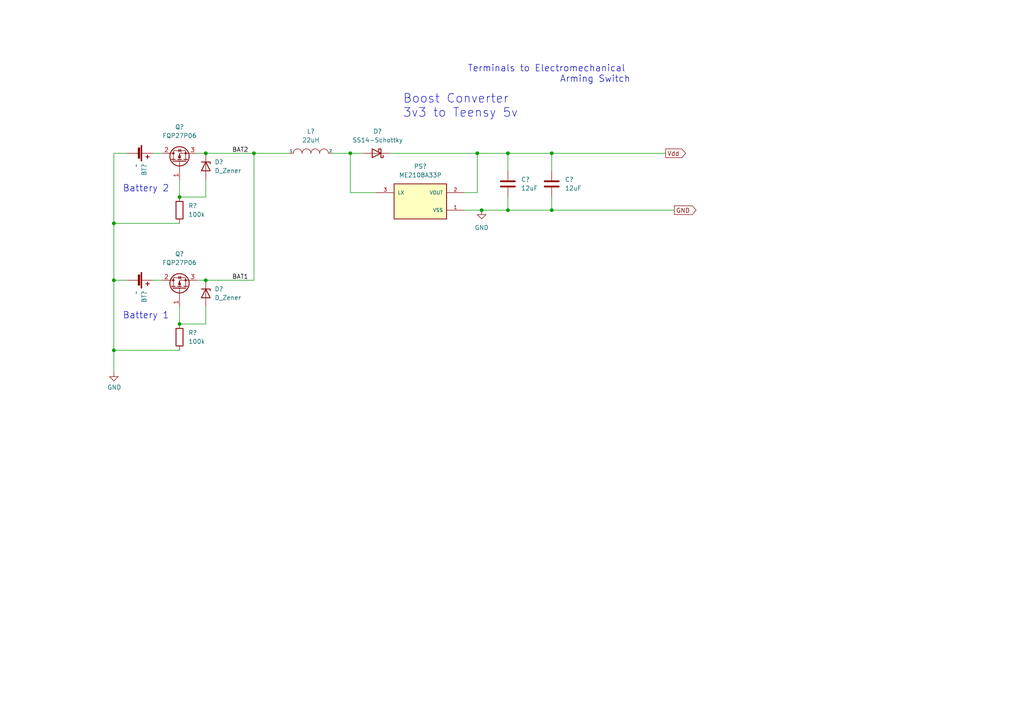
<source format=kicad_sch>
(kicad_sch (version 20211123) (generator eeschema)
  (paper "A4")
  (lib_symbols
    (symbol "Device:Battery_Cell" (pin_numbers hide) (pin_names (offset 0) hide)
      (property "Reference" "BT" (at 2.54 2.54 0))
      (property "Value" "Battery_Cell" (at 2.54 0 0))
      (symbol "Battery_Cell_0_1"
        (rectangle (start -2.286 1.778) (end 2.286 1.524) (fill (type outline)))
        (rectangle (start -1.5748 1.1938) (end 1.4732 0.6858) (fill (type outline)))
        (polyline (pts (xy 0 0.762) (xy 0 0)))
        (polyline (pts (xy 0 1.778) (xy 0 2.54)))
        (polyline (pts (xy 0.508 3.429) (xy 1.524 3.429)) (stroke (width 0.254)))
        (polyline (pts (xy 1.016 3.937) (xy 1.016 2.921)) (stroke (width 0.254)))
      )
      (symbol "Battery_Cell_1_1"
        (pin passive line (at 0 5.08 270) (length 2.54) (name "+") (number "1"))
        (pin passive line (at 0 -2.54 90) (length 2.54) (name "-") (number "2"))
      )
    )
    (symbol "Device:C" (pin_numbers hide) (pin_names (offset 0.254))
      (property "Reference" "C" (at 0.635 2.54 0))
      (property "Value" "C" (at 0.635 -2.54 0))
      (symbol "C_0_1"
        (polyline (pts (xy -2.032 -0.762) (xy 2.032 -0.762)) (stroke (width 0.508)))
        (polyline (pts (xy -2.032 0.762) (xy 2.032 0.762)) (stroke (width 0.508)))
      )
      (symbol "C_1_1"
        (pin passive line (at 0 3.81 270) (length 2.794) (name "~") (number "1"))
        (pin passive line (at 0 -3.81 90) (length 2.794) (name "~") (number "2"))
      )
    )
    (symbol "Device:D_Schottky" (pin_numbers hide) (pin_names (offset 1.016) hide)
      (property "Reference" "D" (at 0 2.54 0))
      (property "Value" "D_Schottky" (at 0 -2.54 0))
      (symbol "D_Schottky_0_1"
        (polyline (pts (xy 1.27 0) (xy -1.27 0)))
        (polyline (pts (xy 1.27 1.27) (xy 1.27 -1.27) (xy -1.27 0) (xy 1.27 1.27)) (stroke (width 0.254)))
        (polyline (pts (xy -1.905 0.635) (xy -1.905 1.27) (xy -1.27 1.27) (xy -1.27 -1.27) (xy -0.635 -1.27) (xy -0.635 -0.635)) (stroke (width 0.254)))
      )
      (symbol "D_Schottky_1_1"
        (pin passive line (at -3.81 0 0) (length 2.54) (name "K") (number "1"))
        (pin passive line (at 3.81 0 180) (length 2.54) (name "A") (number "2"))
      )
    )
    (symbol "Device:D_Zener" (pin_numbers hide) (pin_names (offset 1.016) hide)
      (property "Reference" "D" (at 0 2.54 0))
      (property "Value" "D_Zener" (at 0 -2.54 0))
      (symbol "D_Zener_0_1"
        (polyline (pts (xy 1.27 0) (xy -1.27 0)))
        (polyline (pts (xy -1.27 -1.27) (xy -1.27 1.27) (xy -0.762 1.27)) (stroke (width 0.254)))
        (polyline (pts (xy 1.27 -1.27) (xy 1.27 1.27) (xy -1.27 0) (xy 1.27 -1.27)) (stroke (width 0.254)))
      )
      (symbol "D_Zener_1_1"
        (pin passive line (at -3.81 0 0) (length 2.54) (name "K") (number "1"))
        (pin passive line (at 3.81 0 180) (length 2.54) (name "A") (number "2"))
      )
    )
    (symbol "Device:R" (pin_numbers hide) (pin_names (offset 0))
      (property "Reference" "R" (at 2.032 0 90))
      (property "Value" "R" (at 0 0 90))
      (symbol "R_0_1"
        (rectangle (start -1.016 -2.54) (end 1.016 2.54) (stroke (width 0.254)))
      )
      (symbol "R_1_1"
        (pin passive line (at 0 3.81 270) (length 1.27) (name "~") (number "1"))
        (pin passive line (at 0 -3.81 90) (length 1.27) (name "~") (number "2"))
      )
    )
    (symbol "ME2108:ME2108A33P" (pin_names (offset 1.016))
      (property "Reference" "PS" (at -7.62 5.842 0))
      (property "Value" "ME2108A33P" (at -7.62 -5.842 0))
      (symbol "ME2108A33P_0_0"
        (rectangle (start -7.62 -5.08) (end 7.62 5.08) (stroke (width 0.254)) (fill (type background)))
        (pin power_in line (at 12.7 -2.54 180) (length 5.08) (name "VSS") (number "1"))
        (pin output line (at 12.7 2.54 180) (length 5.08) (name "VOUT") (number "2"))
        (pin input line (at -12.7 2.54 0) (length 5.08) (name "LX") (number "3"))
      )
    )
    (symbol "Transistor_FET:FQP27P06" (pin_names hide)
      (property "Reference" "Q" (at 5.08 1.905 0))
      (property "Value" "FQP27P06" (at 5.08 0 0))
      (symbol "FQP27P06_0_1"
        (polyline (pts (xy 0.254 0) (xy -2.54 0)))
        (polyline (pts (xy 0.254 1.905) (xy 0.254 -1.905)) (stroke (width 0.254)))
        (polyline (pts (xy 0.762 -1.27) (xy 0.762 -2.286)) (stroke (width 0.254)))
        (polyline (pts (xy 0.762 0.508) (xy 0.762 -0.508)) (stroke (width 0.254)))
        (polyline (pts (xy 0.762 2.286) (xy 0.762 1.27)) (stroke (width 0.254)))
        (polyline (pts (xy 2.54 2.54) (xy 2.54 1.778)))
        (polyline (pts (xy 2.54 -2.54) (xy 2.54 0) (xy 0.762 0)))
        (polyline (pts (xy 0.762 1.778) (xy 3.302 1.778) (xy 3.302 -1.778) (xy 0.762 -1.778)))
        (polyline (pts (xy 2.286 0) (xy 1.27 0.381) (xy 1.27 -0.381) (xy 2.286 0)) (fill (type outline)))
        (polyline (pts (xy 2.794 -0.508) (xy 2.921 -0.381) (xy 3.683 -0.381) (xy 3.81 -0.254)))
        (polyline (pts (xy 3.302 -0.381) (xy 2.921 0.254) (xy 3.683 0.254) (xy 3.302 -0.381)))
        (circle (center 1.651 0) (radius 2.794) (stroke (width 0.254)))
        (circle (center 2.54 -1.778) (radius 0.254) (fill (type outline)))
        (circle (center 2.54 1.778) (radius 0.254) (fill (type outline)))
      )
      (symbol "FQP27P06_1_1"
        (pin input line (at -5.08 0 0) (length 2.54) (name "G") (number "1"))
        (pin passive line (at 2.54 5.08 270) (length 2.54) (name "D") (number "2"))
        (pin passive line (at 2.54 -5.08 90) (length 2.54) (name "S") (number "3"))
      )
    )
    (symbol "power:GND" (power) (pin_names (offset 0))
      (property "Value" "GND" (at 0 -3.81 0))
      (symbol "GND_0_1"
        (polyline (pts (xy 0 0) (xy 0 -1.27) (xy 1.27 -1.27) (xy 0 -2.54) (xy -1.27 -1.27) (xy 0 -1.27)))
      )
      (symbol "GND_1_1"
        (pin power_in line (at 0 0 270) (length 0) hide (name "GND") (number "1"))
      )
    )
    (symbol "pspice:INDUCTOR" (pin_numbers hide) (pin_names (offset 0))
      (property "Reference" "L" (at 0 2.54 0))
      (property "Value" "INDUCTOR" (at 0 -1.27 0))
      (symbol "INDUCTOR_0_1"
        (arc (start -2.54 0) (mid -3.81 1.27) (end -5.08 0))
        (arc (start 0 0) (mid -1.27 1.27) (end -2.54 0))
        (arc (start 2.54 0) (mid 1.27 1.27) (end 0 0))
        (arc (start 5.08 0) (mid 3.81 1.27) (end 2.54 0))
      )
      (symbol "INDUCTOR_1_1"
        (pin input line (at -6.35 0 0) (length 1.27) (name "1") (number "1"))
        (pin input line (at 6.35 0 180) (length 1.27) (name "2") (number "2"))
      )
    )
  )
  (junction (at 73.66 44.45))
  (junction (at 101.6 44.45))
  (junction (at 52.07 93.98))
  (junction (at 59.69 81.28))
  (junction (at 160.02 44.45))
  (junction (at 147.32 60.96))
  (junction (at 160.02 60.96))
  (junction (at 139.7 60.96))
  (junction (at 52.07 57.15))
  (junction (at 59.69 44.45))
  (junction (at 147.32 44.45))
  (junction (at 33.02 81.28))
  (junction (at 33.02 64.77))
  (junction (at 33.02 101.6))
  (junction (at 138.43 44.45))
  (wire (pts (xy 59.69 57.15) (xy 52.07 57.15)))
  (wire (pts (xy 160.02 44.45) (xy 160.02 49.53)))
  (wire (pts (xy 109.22 55.88) (xy 101.6 55.88)))
  (wire (pts (xy 59.69 93.98) (xy 52.07 93.98)))
  (wire (pts (xy 36.83 81.28) (xy 33.02 81.28)))
  (wire (pts (xy 57.15 44.45) (xy 59.69 44.45)))
  (wire (pts (xy 59.69 88.9) (xy 59.69 93.98)))
  (wire (pts (xy 33.02 44.45) (xy 33.02 64.77)))
  (wire (pts (xy 33.02 101.6) (xy 52.07 101.6)))
  (wire (pts (xy 101.6 55.88) (xy 101.6 44.45)))
  (wire (pts (xy 73.66 44.45) (xy 73.66 81.28)))
  (wire (pts (xy 147.32 44.45) (xy 147.32 49.53)))
  (wire (pts (xy 147.32 57.15) (xy 147.32 60.96)))
  (wire (pts (xy 44.45 44.45) (xy 46.99 44.45)))
  (wire (pts (xy 147.32 44.45) (xy 160.02 44.45)))
  (wire (pts (xy 138.43 44.45) (xy 147.32 44.45)))
  (wire (pts (xy 73.66 44.45) (xy 83.82 44.45)))
  (wire (pts (xy 160.02 44.45) (xy 193.04 44.45)))
  (wire (pts (xy 33.02 101.6) (xy 33.02 107.95)))
  (wire (pts (xy 160.02 60.96) (xy 160.02 57.15)))
  (wire (pts (xy 44.45 81.28) (xy 46.99 81.28)))
  (wire (pts (xy 57.15 81.28) (xy 59.69 81.28)))
  (wire (pts (xy 33.02 64.77) (xy 33.02 81.28)))
  (wire (pts (xy 96.52 44.45) (xy 101.6 44.45)))
  (wire (pts (xy 134.62 60.96) (xy 139.7 60.96)))
  (wire (pts (xy 59.69 52.07) (xy 59.69 57.15)))
  (wire (pts (xy 59.69 44.45) (xy 73.66 44.45)))
  (wire (pts (xy 52.07 52.07) (xy 52.07 57.15)))
  (wire (pts (xy 147.32 60.96) (xy 160.02 60.96)))
  (wire (pts (xy 59.69 81.28) (xy 73.66 81.28)))
  (wire (pts (xy 101.6 44.45) (xy 105.41 44.45)))
  (wire (pts (xy 36.83 44.45) (xy 33.02 44.45)))
  (wire (pts (xy 52.07 88.9) (xy 52.07 93.98)))
  (wire (pts (xy 139.7 60.96) (xy 147.32 60.96)))
  (wire (pts (xy 160.02 60.96) (xy 195.58 60.96)))
  (wire (pts (xy 134.62 55.88) (xy 138.43 55.88)))
  (wire (pts (xy 33.02 64.77) (xy 52.07 64.77)))
  (wire (pts (xy 113.03 44.45) (xy 138.43 44.45)))
  (wire (pts (xy 33.02 81.28) (xy 33.02 101.6)))
  (wire (pts (xy 138.43 55.88) (xy 138.43 44.45)))
  (text "Terminals to Electromechanical \nArming Switch" (at 182.88 24.13 180) (effects (font (size 1.905 1.905)) (justify right bottom)))
  (text "Boost Converter\n3v3 to Teensy 5v" (at 116.84 34.29 0) (effects (font (size 2.54 2.54)) (justify left bottom)))
  (text "Battery 2" (at 35.56 55.88 0) (effects (font (size 1.905 1.905)) (justify left bottom)))
  (text "Battery 1" (at 35.56 92.71 0) (effects (font (size 1.905 1.905)) (justify left bottom)))
  (label "BAT1" (at 67.31 81.28 0))
  (label "BAT2" (at 67.31 44.45 0))
  (global_label "GND" (shape output) (at 195.58 60.96 0) (property "Intersheet References" "${INTERSHEET_REFS}" (effects hide)))
  (global_label "Vdd" (shape output) (at 193.04 44.45 0) (property "Intersheet References" "${INTERSHEET_REFS}" (effects hide)))
  (symbol (lib_id "power:GND") (at 139.7 60.96 0) (unit 1)
    (property "Reference" "#PWR?" (effects hide))
    (property "Value" "GND" (at 139.7 66.04 0))
  )
  (symbol (lib_id "power:GND") (at 33.02 107.95 0) (unit 1)
    (property "Reference" "#PWR?" (effects hide))
    (property "Value" "~" (at 33.147 112.3442 0))
  )
  (symbol (lib_id "Device:D_Zener") (at 59.69 48.26 270) (unit 1)
    (property "Reference" "D?" (at 62.23 46.9899 90) (effects (justify left)))
    (property "Value" "D_Zener" (at 62.23 49.5299 90) (effects (justify left)))
  )
  (symbol (lib_id "ME2108:ME2108A33P") (at 121.92 58.42 0) (unit 1)
    (property "Reference" "PS?" (at 121.92 48.26 0))
    (property "Value" "ME2108A33P" (at 121.92 50.8 0))
    (property "Footprint" "CONV_ME2108A33P" (effects hide))
    (property "MAXIMUM_PACKAGE_HEIGHT" "1.6 mm" (effects hide))
    (property "STANDARD" "Manufacturer Recommendations" (effects hide))
    (property "PARTREV" "V10.0" (effects hide))
    (property "MANUFACTURER" "Nanjing Micro One Electronics" (effects hide))
  )
  (symbol (lib_id "Device:C") (at 160.02 53.34 0) (unit 1)
    (property "Reference" "C?" (at 163.83 52.0699 0) (effects (justify left)))
    (property "Value" "12uF" (at 163.83 54.6099 0) (effects (justify left)))
  )
  (symbol (lib_id "Device:D_Schottky") (at 109.22 44.45 180) (unit 1)
    (property "Reference" "D?" (at 109.5375 38.1 0))
    (property "Value" "SS14-Schottky" (at 109.5375 40.64 0))
  )
  (symbol (lib_id "Transistor_FET:FQP27P06") (at 52.07 83.82 90) (unit 1)
    (property "Reference" "Q?" (at 52.07 73.66 90))
    (property "Value" "FQP27P06" (at 52.07 76.2 90))
    (property "Footprint" "Package_TO_SOT_THT:TO-220-3_Vertical" (effects hide))
    (property "Datasheet" "https://www.onsemi.com/pub/Collateral/FQP27P06-D.PDF" (effects hide))
  )
  (symbol (lib_id "Device:Battery_Cell") (at 39.37 81.28 270) (unit 1)
    (property "Reference" "BT?" (at 41.8084 84.2772 0) (effects (justify left)))
    (property "Value" "~" (at 39.497 84.2772 0) (effects (justify left)))
  )
  (symbol (lib_id "Device:R") (at 52.07 60.96 0) (unit 1)
    (property "Reference" "R?" (at 54.61 59.6899 0) (effects (justify left)))
    (property "Value" "100k" (at 54.61 62.2299 0) (effects (justify left)))
  )
  (symbol (lib_id "Device:Battery_Cell") (at 39.37 44.45 270) (unit 1)
    (property "Reference" "BT?" (at 41.8084 47.4472 0) (effects (justify left)))
    (property "Value" "~" (at 39.497 47.4472 0) (effects (justify left)))
  )
  (symbol (lib_id "Transistor_FET:FQP27P06") (at 52.07 46.99 90) (unit 1)
    (property "Reference" "Q?" (at 52.07 36.83 90))
    (property "Value" "FQP27P06" (at 52.07 39.37 90))
    (property "Footprint" "Package_TO_SOT_THT:TO-220-3_Vertical" (effects hide))
    (property "Datasheet" "https://www.onsemi.com/pub/Collateral/FQP27P06-D.PDF" (effects hide))
  )
  (symbol (lib_id "Device:C") (at 147.32 53.34 0) (unit 1)
    (property "Reference" "C?" (at 151.13 52.0699 0) (effects (justify left)))
    (property "Value" "12uF" (at 151.13 54.6099 0) (effects (justify left)))
  )
  (symbol (lib_id "Device:R") (at 52.07 97.79 0) (unit 1)
    (property "Reference" "R?" (at 54.61 96.5199 0) (effects (justify left)))
    (property "Value" "100k" (at 54.61 99.0599 0) (effects (justify left)))
  )
  (symbol (lib_id "Device:D_Zener") (at 59.69 85.09 270) (unit 1)
    (property "Reference" "D?" (at 62.23 83.8199 90) (effects (justify left)))
    (property "Value" "D_Zener" (at 62.23 86.3599 90) (effects (justify left)))
  )
  (symbol (lib_id "pspice:INDUCTOR") (at 90.17 44.45 0) (unit 1)
    (property "Reference" "L?" (at 90.17 38.1 0))
    (property "Value" "22uH" (at 90.17 40.64 0))
  )
)
</source>
